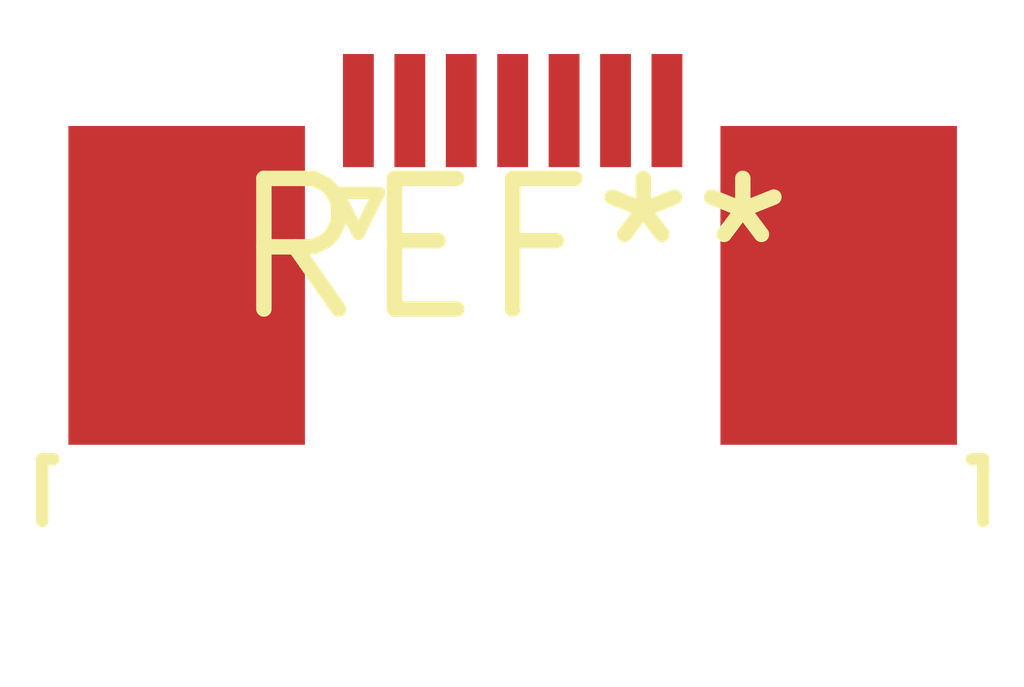
<source format=kicad_pcb>
(kicad_pcb (version 20240108) (generator pcbnew)
  (layers (0 "F.Cu" signal) (31 "B.Cu" signal) (34 "B.Paste" user) (35 "F.Paste" user) (36 "B.SilkS" user "B.Silkscreen") (37 "F.SilkS" user "F.Silkscreen") (38 "B.Mask" user) (39 "F.Mask" user) (44 "Edge.Cuts" user))
  (net 0 "")
  (footprint "TE_0-1734839-7_1x07-1MP_P0.5mm_Horizontal" (layer "F.Cu") (at 0 0)
    (property "Reference" "REF**")
    (property "Value" "PCB Edge")
    (fp_line (start -4.575 2.04) (end -4.575 2.64) (layer "F.SilkS") (stroke (width 0.12)))
    (fp_line (start -4.465 2.04) (end -4.575 2.04) (layer "F.SilkS") (stroke (width 0.12)))
    (fp_line (start -1.7 -0.55) (end -1.5 -0.15) (layer "F.SilkS") (stroke (width 0.12)))
    (fp_line (start -1.5 -0.15) (end -1.3 -0.55) (layer "F.SilkS") (stroke (width 0.12)))
    (fp_line (start -1.3 -0.55) (end -1.7 -0.55) (layer "F.SilkS") (stroke (width 0.12)))
    (fp_line (start 4.465 2.04) (end 4.575 2.04) (layer "F.SilkS") (stroke (width 0.12)))
    (fp_line (start 4.575 2.04) (end 4.575 2.64) (layer "F.SilkS") (stroke (width 0.12)))
    (pad "1" smd rect (at -1.5 -1.35) (size 0.3 1.1) (layers "F.Cu" "F.Paste" "F.Mask"))
    (pad "2" smd rect (at -1 -1.35) (size 0.3 1.1) (layers "F.Cu" "F.Paste" "F.Mask"))
    (pad "3" smd rect (at -0.5 -1.35) (size 0.3 1.1) (layers "F.Cu" "F.Paste" "F.Mask"))
    (pad "4" smd rect (at 0 -1.35) (size 0.3 1.1) (layers "F.Cu" "F.Paste" "F.Mask"))
    (pad "5" smd rect (at 0.5 -1.35) (size 0.3 1.1) (layers "F.Cu" "F.Paste" "F.Mask"))
    (pad "6" smd rect (at 1 -1.35) (size 0.3 1.1) (layers "F.Cu" "F.Paste" "F.Mask"))
    (pad "7" smd rect (at 1.5 -1.35) (size 0.3 1.1) (layers "F.Cu" "F.Paste" "F.Mask"))
    (pad "MP" smd rect (at -3.17 0.35) (size 2.3 3.1) (layers "F.Cu" "F.Paste" "F.Mask"))
    (pad "MP" smd rect (at 3.17 0.35) (size 2.3 3.1) (layers "F.Cu" "F.Paste" "F.Mask"))
  )
)
</source>
